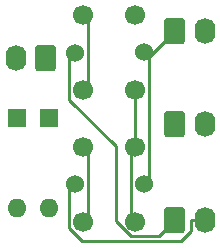
<source format=gbr>
G04 #@! TF.GenerationSoftware,KiCad,Pcbnew,(5.1.5-0-10_14)*
G04 #@! TF.CreationDate,2020-06-22T05:53:20+10:00*
G04 #@! TF.ProjectId,MasterModePushbutton,4d617374-6572-44d6-9f64-655075736862,rev?*
G04 #@! TF.SameCoordinates,Original*
G04 #@! TF.FileFunction,Copper,L2,Bot*
G04 #@! TF.FilePolarity,Positive*
%FSLAX46Y46*%
G04 Gerber Fmt 4.6, Leading zero omitted, Abs format (unit mm)*
G04 Created by KiCad (PCBNEW (5.1.5-0-10_14)) date 2020-06-22 05:53:20*
%MOMM*%
%LPD*%
G04 APERTURE LIST*
%ADD10O,1.740000X2.200000*%
%ADD11C,0.100000*%
%ADD12C,1.524000*%
%ADD13C,1.700000*%
%ADD14O,1.600000X1.600000*%
%ADD15R,1.600000X1.600000*%
%ADD16C,0.228600*%
G04 APERTURE END LIST*
D10*
X143222000Y-87443500D03*
G04 #@! TA.AperFunction,ComponentPad*
D11*
G36*
X141326505Y-86344704D02*
G01*
X141350773Y-86348304D01*
X141374572Y-86354265D01*
X141397671Y-86362530D01*
X141419850Y-86373020D01*
X141440893Y-86385632D01*
X141460599Y-86400247D01*
X141478777Y-86416723D01*
X141495253Y-86434901D01*
X141509868Y-86454607D01*
X141522480Y-86475650D01*
X141532970Y-86497829D01*
X141541235Y-86520928D01*
X141547196Y-86544727D01*
X141550796Y-86568995D01*
X141552000Y-86593499D01*
X141552000Y-88293501D01*
X141550796Y-88318005D01*
X141547196Y-88342273D01*
X141541235Y-88366072D01*
X141532970Y-88389171D01*
X141522480Y-88411350D01*
X141509868Y-88432393D01*
X141495253Y-88452099D01*
X141478777Y-88470277D01*
X141460599Y-88486753D01*
X141440893Y-88501368D01*
X141419850Y-88513980D01*
X141397671Y-88524470D01*
X141374572Y-88532735D01*
X141350773Y-88538696D01*
X141326505Y-88542296D01*
X141302001Y-88543500D01*
X140061999Y-88543500D01*
X140037495Y-88542296D01*
X140013227Y-88538696D01*
X139989428Y-88532735D01*
X139966329Y-88524470D01*
X139944150Y-88513980D01*
X139923107Y-88501368D01*
X139903401Y-88486753D01*
X139885223Y-88470277D01*
X139868747Y-88452099D01*
X139854132Y-88432393D01*
X139841520Y-88411350D01*
X139831030Y-88389171D01*
X139822765Y-88366072D01*
X139816804Y-88342273D01*
X139813204Y-88318005D01*
X139812000Y-88293501D01*
X139812000Y-86593499D01*
X139813204Y-86568995D01*
X139816804Y-86544727D01*
X139822765Y-86520928D01*
X139831030Y-86497829D01*
X139841520Y-86475650D01*
X139854132Y-86454607D01*
X139868747Y-86434901D01*
X139885223Y-86416723D01*
X139903401Y-86400247D01*
X139923107Y-86385632D01*
X139944150Y-86373020D01*
X139966329Y-86362530D01*
X139989428Y-86354265D01*
X140013227Y-86348304D01*
X140037495Y-86344704D01*
X140061999Y-86343500D01*
X141302001Y-86343500D01*
X141326505Y-86344704D01*
G37*
G04 #@! TD.AperFunction*
D10*
X143222000Y-103445000D03*
G04 #@! TA.AperFunction,ComponentPad*
D11*
G36*
X141326505Y-102346204D02*
G01*
X141350773Y-102349804D01*
X141374572Y-102355765D01*
X141397671Y-102364030D01*
X141419850Y-102374520D01*
X141440893Y-102387132D01*
X141460599Y-102401747D01*
X141478777Y-102418223D01*
X141495253Y-102436401D01*
X141509868Y-102456107D01*
X141522480Y-102477150D01*
X141532970Y-102499329D01*
X141541235Y-102522428D01*
X141547196Y-102546227D01*
X141550796Y-102570495D01*
X141552000Y-102594999D01*
X141552000Y-104295001D01*
X141550796Y-104319505D01*
X141547196Y-104343773D01*
X141541235Y-104367572D01*
X141532970Y-104390671D01*
X141522480Y-104412850D01*
X141509868Y-104433893D01*
X141495253Y-104453599D01*
X141478777Y-104471777D01*
X141460599Y-104488253D01*
X141440893Y-104502868D01*
X141419850Y-104515480D01*
X141397671Y-104525970D01*
X141374572Y-104534235D01*
X141350773Y-104540196D01*
X141326505Y-104543796D01*
X141302001Y-104545000D01*
X140061999Y-104545000D01*
X140037495Y-104543796D01*
X140013227Y-104540196D01*
X139989428Y-104534235D01*
X139966329Y-104525970D01*
X139944150Y-104515480D01*
X139923107Y-104502868D01*
X139903401Y-104488253D01*
X139885223Y-104471777D01*
X139868747Y-104453599D01*
X139854132Y-104433893D01*
X139841520Y-104412850D01*
X139831030Y-104390671D01*
X139822765Y-104367572D01*
X139816804Y-104343773D01*
X139813204Y-104319505D01*
X139812000Y-104295001D01*
X139812000Y-102594999D01*
X139813204Y-102570495D01*
X139816804Y-102546227D01*
X139822765Y-102522428D01*
X139831030Y-102499329D01*
X139841520Y-102477150D01*
X139854132Y-102456107D01*
X139868747Y-102436401D01*
X139885223Y-102418223D01*
X139903401Y-102401747D01*
X139923107Y-102387132D01*
X139944150Y-102374520D01*
X139966329Y-102364030D01*
X139989428Y-102355765D01*
X140013227Y-102349804D01*
X140037495Y-102346204D01*
X140061999Y-102345000D01*
X141302001Y-102345000D01*
X141326505Y-102346204D01*
G37*
G04 #@! TD.AperFunction*
D10*
X127220000Y-89729500D03*
G04 #@! TA.AperFunction,ComponentPad*
D11*
G36*
X130404505Y-88630704D02*
G01*
X130428773Y-88634304D01*
X130452572Y-88640265D01*
X130475671Y-88648530D01*
X130497850Y-88659020D01*
X130518893Y-88671632D01*
X130538599Y-88686247D01*
X130556777Y-88702723D01*
X130573253Y-88720901D01*
X130587868Y-88740607D01*
X130600480Y-88761650D01*
X130610970Y-88783829D01*
X130619235Y-88806928D01*
X130625196Y-88830727D01*
X130628796Y-88854995D01*
X130630000Y-88879499D01*
X130630000Y-90579501D01*
X130628796Y-90604005D01*
X130625196Y-90628273D01*
X130619235Y-90652072D01*
X130610970Y-90675171D01*
X130600480Y-90697350D01*
X130587868Y-90718393D01*
X130573253Y-90738099D01*
X130556777Y-90756277D01*
X130538599Y-90772753D01*
X130518893Y-90787368D01*
X130497850Y-90799980D01*
X130475671Y-90810470D01*
X130452572Y-90818735D01*
X130428773Y-90824696D01*
X130404505Y-90828296D01*
X130380001Y-90829500D01*
X129139999Y-90829500D01*
X129115495Y-90828296D01*
X129091227Y-90824696D01*
X129067428Y-90818735D01*
X129044329Y-90810470D01*
X129022150Y-90799980D01*
X129001107Y-90787368D01*
X128981401Y-90772753D01*
X128963223Y-90756277D01*
X128946747Y-90738099D01*
X128932132Y-90718393D01*
X128919520Y-90697350D01*
X128909030Y-90675171D01*
X128900765Y-90652072D01*
X128894804Y-90628273D01*
X128891204Y-90604005D01*
X128890000Y-90579501D01*
X128890000Y-88879499D01*
X128891204Y-88854995D01*
X128894804Y-88830727D01*
X128900765Y-88806928D01*
X128909030Y-88783829D01*
X128919520Y-88761650D01*
X128932132Y-88740607D01*
X128946747Y-88720901D01*
X128963223Y-88702723D01*
X128981401Y-88686247D01*
X129001107Y-88671632D01*
X129022150Y-88659020D01*
X129044329Y-88648530D01*
X129067428Y-88640265D01*
X129091227Y-88634304D01*
X129115495Y-88630704D01*
X129139999Y-88629500D01*
X130380001Y-88629500D01*
X130404505Y-88630704D01*
G37*
G04 #@! TD.AperFunction*
D10*
X143222000Y-95317500D03*
G04 #@! TA.AperFunction,ComponentPad*
D11*
G36*
X141326505Y-94218704D02*
G01*
X141350773Y-94222304D01*
X141374572Y-94228265D01*
X141397671Y-94236530D01*
X141419850Y-94247020D01*
X141440893Y-94259632D01*
X141460599Y-94274247D01*
X141478777Y-94290723D01*
X141495253Y-94308901D01*
X141509868Y-94328607D01*
X141522480Y-94349650D01*
X141532970Y-94371829D01*
X141541235Y-94394928D01*
X141547196Y-94418727D01*
X141550796Y-94442995D01*
X141552000Y-94467499D01*
X141552000Y-96167501D01*
X141550796Y-96192005D01*
X141547196Y-96216273D01*
X141541235Y-96240072D01*
X141532970Y-96263171D01*
X141522480Y-96285350D01*
X141509868Y-96306393D01*
X141495253Y-96326099D01*
X141478777Y-96344277D01*
X141460599Y-96360753D01*
X141440893Y-96375368D01*
X141419850Y-96387980D01*
X141397671Y-96398470D01*
X141374572Y-96406735D01*
X141350773Y-96412696D01*
X141326505Y-96416296D01*
X141302001Y-96417500D01*
X140061999Y-96417500D01*
X140037495Y-96416296D01*
X140013227Y-96412696D01*
X139989428Y-96406735D01*
X139966329Y-96398470D01*
X139944150Y-96387980D01*
X139923107Y-96375368D01*
X139903401Y-96360753D01*
X139885223Y-96344277D01*
X139868747Y-96326099D01*
X139854132Y-96306393D01*
X139841520Y-96285350D01*
X139831030Y-96263171D01*
X139822765Y-96240072D01*
X139816804Y-96216273D01*
X139813204Y-96192005D01*
X139812000Y-96167501D01*
X139812000Y-94467499D01*
X139813204Y-94442995D01*
X139816804Y-94418727D01*
X139822765Y-94394928D01*
X139831030Y-94371829D01*
X139841520Y-94349650D01*
X139854132Y-94328607D01*
X139868747Y-94308901D01*
X139885223Y-94290723D01*
X139903401Y-94274247D01*
X139923107Y-94259632D01*
X139944150Y-94247020D01*
X139966329Y-94236530D01*
X139989428Y-94228265D01*
X140013227Y-94222304D01*
X140037495Y-94218704D01*
X140061999Y-94217500D01*
X141302001Y-94217500D01*
X141326505Y-94218704D01*
G37*
G04 #@! TD.AperFunction*
D12*
X138086000Y-100357000D03*
X132295000Y-100397000D03*
D13*
X137375000Y-97222000D03*
X137375000Y-103572000D03*
X132930000Y-97222000D03*
X132930000Y-103572000D03*
D12*
X138086000Y-89247500D03*
X132295000Y-89287500D03*
D13*
X137375000Y-86112500D03*
X137375000Y-92462500D03*
X132930000Y-86112500D03*
X132930000Y-92462500D03*
D14*
X127326000Y-102429500D03*
D15*
X127326000Y-94809500D03*
D14*
X130014000Y-102429500D03*
D15*
X130014000Y-94809500D03*
D16*
X132930000Y-92462500D02*
X133362400Y-92030100D01*
X133362400Y-92030100D02*
X133362400Y-86544900D01*
X133362400Y-86544900D02*
X132930000Y-86112500D01*
X132930000Y-97222000D02*
X133362300Y-97654300D01*
X133362300Y-97654300D02*
X133362300Y-103139700D01*
X133362300Y-103139700D02*
X132930000Y-103572000D01*
X137375000Y-97222000D02*
X137022900Y-97574100D01*
X137022900Y-97574100D02*
X137022900Y-103219900D01*
X137022900Y-103219900D02*
X137375000Y-103572000D01*
X137375000Y-92462500D02*
X137375000Y-97222000D01*
X132295000Y-100397000D02*
X131779600Y-100912400D01*
X131779600Y-100912400D02*
X131779600Y-104100000D01*
X131779600Y-104100000D02*
X132877200Y-105197600D01*
X132877200Y-105197600D02*
X141244000Y-105197600D01*
X141244000Y-105197600D02*
X142059600Y-104382000D01*
X142059600Y-104382000D02*
X142059600Y-103445000D01*
X143222000Y-103445000D02*
X142059600Y-103445000D01*
X132295000Y-89287500D02*
X131782600Y-89799900D01*
X131782600Y-89799900D02*
X131782600Y-93245300D01*
X131782600Y-93245300D02*
X135721500Y-97184200D01*
X135721500Y-97184200D02*
X135721500Y-103536700D01*
X135721500Y-103536700D02*
X136975600Y-104790800D01*
X136975600Y-104790800D02*
X139336200Y-104790800D01*
X139336200Y-104790800D02*
X140682000Y-103445000D01*
X138482000Y-89643500D02*
X138086000Y-89247500D01*
X138086000Y-100357000D02*
X138523200Y-99919800D01*
X138523200Y-99919800D02*
X138523200Y-89684700D01*
X138523200Y-89684700D02*
X138482000Y-89643500D01*
X138482000Y-89643500D02*
X140682000Y-87443500D01*
M02*

</source>
